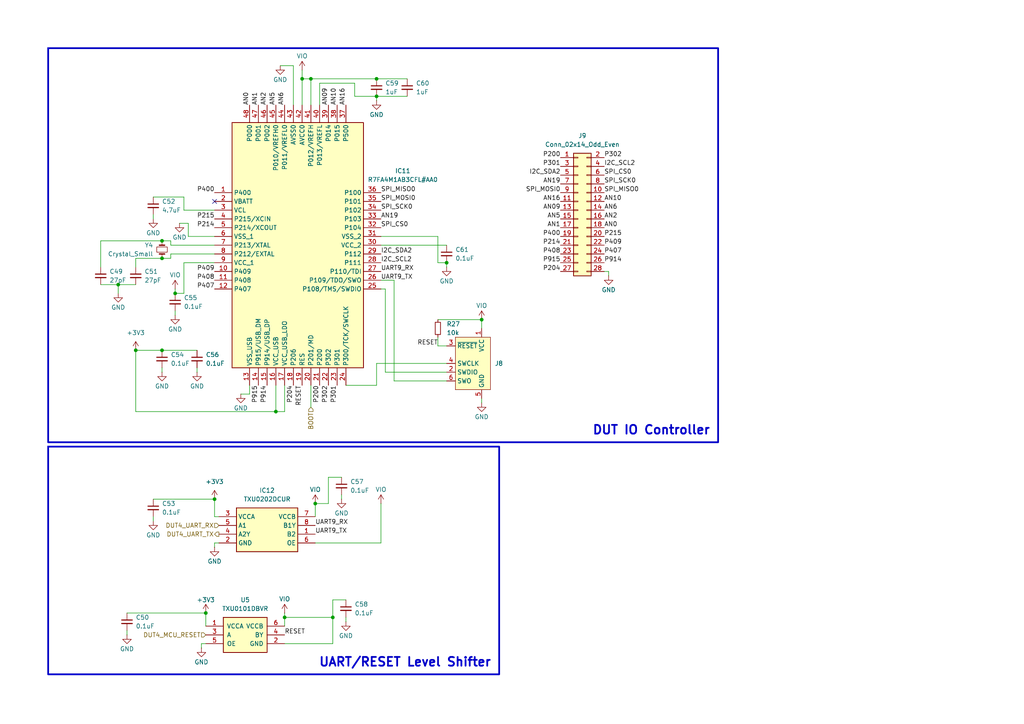
<source format=kicad_sch>
(kicad_sch (version 20250114) (generator "eeschema") (generator_version "9.0")
  (paper "A4")
  (lib_symbols
    (symbol "Connector:Conn_ARM_SWD_TagConnect_TC2030-NL" (in_bom no)
      (property "Reference" "J" (at 2.54 11.43 0))
      (property "Value" "Conn_ARM_SWD_TagConnect_TC2030-NL" (at 2.54 8.89 0))
      (symbol "Conn_ARM_SWD_TagConnect_TC2030-NL_0_0"
        (pin power_in line (at -2.54 10.16 270) (length 2.54) (name "VCC") (number "1"))
        (pin power_in line (at -2.54 -10.16 90) (length 2.54) (name "GND") (number "5"))
        (pin open_collector line (at 7.62 5.08 180) (length 2.54) (name "~{RESET}") (number "3"))
        (pin output line (at 7.62 0 180) (length 2.54) (name "SWCLK") (number "4"))
        (pin bidirectional line (at 7.62 -2.54 180) (length 2.54) (name "SWDIO") (number "2"))
        (pin input line (at 7.62 -5.08 180) (length 2.54) (name "SWO") (number "6"))
      )
      (symbol "Conn_ARM_SWD_TagConnect_TC2030-NL_0_1"
        (rectangle (start -5.08 7.62) (end 5.08 -7.62) (fill (type background)))
      )
    )
    (symbol "Connector_Generic:Conn_02x14_Odd_Even" (pin_names (offset 1.016) (hide yes))
      (property "Reference" "J" (at 1.27 17.78 0))
      (property "Value" "Conn_02x14_Odd_Even" (at 1.27 -20.32 0))
      (symbol "Conn_02x14_Odd_Even_1_1"
        (rectangle (start -1.27 16.51) (end 3.81 -19.05) (stroke (width 0.254)) (fill (type background)))
        (rectangle (start -1.27 15.367) (end 0 15.113) (stroke (width 0.1524)))
        (rectangle (start -1.27 12.827) (end 0 12.573) (stroke (width 0.1524)))
        (rectangle (start -1.27 10.287) (end 0 10.033) (stroke (width 0.1524)))
        (rectangle (start -1.27 7.747) (end 0 7.493) (stroke (width 0.1524)))
        (rectangle (start -1.27 5.207) (end 0 4.953) (stroke (width 0.1524)))
        (rectangle (start -1.27 2.667) (end 0 2.413) (stroke (width 0.1524)))
        (rectangle (start -1.27 0.127) (end 0 -0.127) (stroke (width 0.1524)))
        (rectangle (start -1.27 -2.413) (end 0 -2.667) (stroke (width 0.1524)))
        (rectangle (start -1.27 -4.953) (end 0 -5.207) (stroke (width 0.1524)))
        (rectangle (start -1.27 -7.493) (end 0 -7.747) (stroke (width 0.1524)))
        (rectangle (start -1.27 -10.033) (end 0 -10.287) (stroke (width 0.1524)))
        (rectangle (start -1.27 -12.573) (end 0 -12.827) (stroke (width 0.1524)))
        (rectangle (start -1.27 -15.113) (end 0 -15.367) (stroke (width 0.1524)))
        (rectangle (start -1.27 -17.653) (end 0 -17.907) (stroke (width 0.1524)))
        (rectangle (start 3.81 15.367) (end 2.54 15.113) (stroke (width 0.1524)))
        (rectangle (start 3.81 12.827) (end 2.54 12.573) (stroke (width 0.1524)))
        (rectangle (start 3.81 10.287) (end 2.54 10.033) (stroke (width 0.1524)))
        (rectangle (start 3.81 7.747) (end 2.54 7.493) (stroke (width 0.1524)))
        (rectangle (start 3.81 5.207) (end 2.54 4.953) (stroke (width 0.1524)))
        (rectangle (start 3.81 2.667) (end 2.54 2.413) (stroke (width 0.1524)))
        (rectangle (start 3.81 0.127) (end 2.54 -0.127) (stroke (width 0.1524)))
        (rectangle (start 3.81 -2.413) (end 2.54 -2.667) (stroke (width 0.1524)))
        (rectangle (start 3.81 -4.953) (end 2.54 -5.207) (stroke (width 0.1524)))
        (rectangle (start 3.81 -7.493) (end 2.54 -7.747) (stroke (width 0.1524)))
        (rectangle (start 3.81 -10.033) (end 2.54 -10.287) (stroke (width 0.1524)))
        (rectangle (start 3.81 -12.573) (end 2.54 -12.827) (stroke (width 0.1524)))
        (rectangle (start 3.81 -15.113) (end 2.54 -15.367) (stroke (width 0.1524)))
        (rectangle (start 3.81 -17.653) (end 2.54 -17.907) (stroke (width 0.1524)))
        (pin passive line (at -5.08 15.24 0) (length 3.81) (name "Pin_1") (number "1"))
        (pin passive line (at -5.08 12.7 0) (length 3.81) (name "Pin_3") (number "3"))
        (pin passive line (at -5.08 10.16 0) (length 3.81) (name "Pin_5") (number "5"))
        (pin passive line (at -5.08 7.62 0) (length 3.81) (name "Pin_7") (number "7"))
        (pin passive line (at -5.08 5.08 0) (length 3.81) (name "Pin_9") (number "9"))
        (pin passive line (at -5.08 2.54 0) (length 3.81) (name "Pin_11") (number "11"))
        (pin passive line (at -5.08 0 0) (length 3.81) (name "Pin_13") (number "13"))
        (pin passive line (at -5.08 -2.54 0) (length 3.81) (name "Pin_15") (number "15"))
        (pin passive line (at -5.08 -5.08 0) (length 3.81) (name "Pin_17") (number "17"))
        (pin passive line (at -5.08 -7.62 0) (length 3.81) (name "Pin_19") (number "19"))
        (pin passive line (at -5.08 -10.16 0) (length 3.81) (name "Pin_21") (number "21"))
        (pin passive line (at -5.08 -12.7 0) (length 3.81) (name "Pin_23") (number "23"))
        (pin passive line (at -5.08 -15.24 0) (length 3.81) (name "Pin_25") (number "25"))
        (pin passive line (at -5.08 -17.78 0) (length 3.81) (name "Pin_27") (number "27"))
        (pin passive line (at 7.62 15.24 180) (length 3.81) (name "Pin_2") (number "2"))
        (pin passive line (at 7.62 12.7 180) (length 3.81) (name "Pin_4") (number "4"))
        (pin passive line (at 7.62 10.16 180) (length 3.81) (name "Pin_6") (number "6"))
        (pin passive line (at 7.62 7.62 180) (length 3.81) (name "Pin_8") (number "8"))
        (pin passive line (at 7.62 5.08 180) (length 3.81) (name "Pin_10") (number "10"))
        (pin passive line (at 7.62 2.54 180) (length 3.81) (name "Pin_12") (number "12"))
        (pin passive line (at 7.62 0 180) (length 3.81) (name "Pin_14") (number "14"))
        (pin passive line (at 7.62 -2.54 180) (length 3.81) (name "Pin_16") (number "16"))
        (pin passive line (at 7.62 -5.08 180) (length 3.81) (name "Pin_18") (number "18"))
        (pin passive line (at 7.62 -7.62 180) (length 3.81) (name "Pin_20") (number "20"))
        (pin passive line (at 7.62 -10.16 180) (length 3.81) (name "Pin_22") (number "22"))
        (pin passive line (at 7.62 -12.7 180) (length 3.81) (name "Pin_24") (number "24"))
        (pin passive line (at 7.62 -15.24 180) (length 3.81) (name "Pin_26") (number "26"))
        (pin passive line (at 7.62 -17.78 180) (length 3.81) (name "Pin_28") (number "28"))
      )
    )
    (symbol "Device:C_Small" (pin_numbers (hide yes)) (pin_names (offset 0.254) (hide yes))
      (property "Reference" "C" (at 0.254 1.778 0))
      (property "Value" "C_Small" (at 0.254 -2.032 0))
      (symbol "C_Small_0_1"
        (polyline (pts (xy -1.524 0.508) (xy 1.524 0.508)) (stroke (width 0.3048)))
        (polyline (pts (xy -1.524 -0.508) (xy 1.524 -0.508)) (stroke (width 0.3302)))
      )
      (symbol "C_Small_1_1"
        (pin passive line (at 0 2.54 270) (length 2.032) (name "~") (number "1"))
        (pin passive line (at 0 -2.54 90) (length 2.032) (name "~") (number "2"))
      )
    )
    (symbol "Device:Crystal_Small" (pin_numbers (hide yes)) (pin_names (offset 1.016) (hide yes))
      (property "Reference" "Y" (at 0 2.54 0))
      (property "Value" "Crystal_Small" (at 0 -2.54 0))
      (symbol "Crystal_Small_0_1"
        (polyline (pts (xy -1.27 -0.762) (xy -1.27 0.762)) (stroke (width 0.381)))
        (rectangle (start -0.762 -1.524) (end 0.762 1.524))
        (polyline (pts (xy 1.27 -0.762) (xy 1.27 0.762)) (stroke (width 0.381)))
      )
      (symbol "Crystal_Small_1_1"
        (pin passive line (at -2.54 0 0) (length 1.27) (name "1") (number "1"))
        (pin passive line (at 2.54 0 180) (length 1.27) (name "2") (number "2"))
      )
    )
    (symbol "Device:R_Small" (pin_numbers (hide yes)) (pin_names (offset 0.254) (hide yes))
      (property "Reference" "R" (at 0.762 0.508 0))
      (property "Value" "R_Small" (at 0.762 -1.016 0))
      (symbol "R_Small_0_1"
        (rectangle (start -0.762 1.778) (end 0.762 -1.778) (stroke (width 0.2032)))
      )
      (symbol "R_Small_1_1"
        (pin passive line (at 0 2.54 270) (length 0.762) (name "~") (number "1"))
        (pin passive line (at 0 -2.54 90) (length 0.762) (name "~") (number "2"))
      )
    )
    (symbol "dut_hub:R7FA4M1AB3CFL#AA0"
      (property "Reference" "IC" (at 44.45 25.4 0))
      (property "Value" "R7FA4M1AB3CFL#AA0" (at 44.45 22.86 0))
      (symbol "R7FA4M1AB3CFL#AA0_1_1"
        (rectangle (start 5.08 20.32) (end 43.18 -50.8) (stroke (width 0.254)) (fill (type background)))
        (pin passive line (at 0 0 0) (length 5.08) (name "P400") (number "1"))
        (pin passive line (at 0 -2.54 0) (length 5.08) (name "VBATT") (number "2"))
        (pin passive line (at 0 -5.08 0) (length 5.08) (name "VCL") (number "3"))
        (pin passive line (at 0 -7.62 0) (length 5.08) (name "P215/XCIN") (number "4"))
        (pin passive line (at 0 -10.16 0) (length 5.08) (name "P214/XCOUT") (number "5"))
        (pin passive line (at 0 -12.7 0) (length 5.08) (name "VSS_1") (number "6"))
        (pin passive line (at 0 -15.24 0) (length 5.08) (name "P213/XTAL") (number "7"))
        (pin passive line (at 0 -17.78 0) (length 5.08) (name "P212/EXTAL") (number "8"))
        (pin passive line (at 0 -20.32 0) (length 5.08) (name "VCC_1") (number "9"))
        (pin passive line (at 0 -22.86 0) (length 5.08) (name "P409") (number "10"))
        (pin passive line (at 0 -25.4 0) (length 5.08) (name "P408") (number "11"))
        (pin passive line (at 0 -27.94 0) (length 5.08) (name "P407") (number "12"))
        (pin passive line (at 10.16 25.4 270) (length 5.08) (name "P000") (number "48"))
        (pin passive line (at 10.16 -55.88 90) (length 5.08) (name "VSS_USB") (number "13"))
        (pin passive line (at 12.7 25.4 270) (length 5.08) (name "P001") (number "47"))
        (pin passive line (at 12.7 -55.88 90) (length 5.08) (name "P915/USB_DM") (number "14"))
        (pin passive line (at 15.24 25.4 270) (length 5.08) (name "P002") (number "46"))
        (pin passive line (at 15.24 -55.88 90) (length 5.08) (name "P914/USB_DP") (number "15"))
        (pin passive line (at 17.78 25.4 270) (length 5.08) (name "P010/VREFH0") (number "45"))
        (pin passive line (at 17.78 -55.88 90) (length 5.08) (name "VCC_USB") (number "16"))
        (pin passive line (at 20.32 25.4 270) (length 5.08) (name "P011/VREFL0") (number "44"))
        (pin passive line (at 20.32 -55.88 90) (length 5.08) (name "VCC_USB_LDO") (number "17"))
        (pin passive line (at 22.86 25.4 270) (length 5.08) (name "AVSS0") (number "43"))
        (pin passive line (at 22.86 -55.88 90) (length 5.08) (name "P206") (number "18"))
        (pin passive line (at 25.4 25.4 270) (length 5.08) (name "AVCC0") (number "42"))
        (pin passive line (at 25.4 -55.88 90) (length 5.08) (name "RES") (number "19"))
        (pin passive line (at 27.94 25.4 270) (length 5.08) (name "P012/VREFH") (number "41"))
        (pin passive line (at 27.94 -55.88 90) (length 5.08) (name "P201/MD") (number "20"))
        (pin passive line (at 30.48 25.4 270) (length 5.08) (name "P013/VREFL") (number "40"))
        (pin passive line (at 30.48 -55.88 90) (length 5.08) (name "P200") (number "21"))
        (pin passive line (at 33.02 25.4 270) (length 5.08) (name "P014") (number "39"))
        (pin passive line (at 33.02 -55.88 90) (length 5.08) (name "P302") (number "22"))
        (pin passive line (at 35.56 25.4 270) (length 5.08) (name "P015") (number "38"))
        (pin passive line (at 35.56 -55.88 90) (length 5.08) (name "P301") (number "23"))
        (pin passive line (at 38.1 25.4 270) (length 5.08) (name "P500") (number "37"))
        (pin passive line (at 38.1 -55.88 90) (length 5.08) (name "P300/TCK/SWCLK") (number "24"))
        (pin passive line (at 48.26 0 180) (length 5.08) (name "P100") (number "36"))
        (pin passive line (at 48.26 -2.54 180) (length 5.08) (name "P101") (number "35"))
        (pin passive line (at 48.26 -5.08 180) (length 5.08) (name "P102") (number "34"))
        (pin passive line (at 48.26 -7.62 180) (length 5.08) (name "P103") (number "33"))
        (pin passive line (at 48.26 -10.16 180) (length 5.08) (name "P104") (number "32"))
        (pin passive line (at 48.26 -12.7 180) (length 5.08) (name "VSS_2") (number "31"))
        (pin passive line (at 48.26 -15.24 180) (length 5.08) (name "VCC_2") (number "30"))
        (pin passive line (at 48.26 -17.78 180) (length 5.08) (name "P112") (number "29"))
        (pin passive line (at 48.26 -20.32 180) (length 5.08) (name "P111") (number "28"))
        (pin passive line (at 48.26 -22.86 180) (length 5.08) (name "P110/TDI") (number "27"))
        (pin passive line (at 48.26 -25.4 180) (length 5.08) (name "P109/TDO/SWO") (number "26"))
        (pin passive line (at 48.26 -27.94 180) (length 5.08) (name "P108/TMS/SWDIO") (number "25"))
      )
    )
    (symbol "dut_hub:TXU0101DBVR" (pin_names (offset 1.016))
      (property "Reference" "U" (at -10.16 8.255 0))
      (property "Value" "TXU0101DBVR" (at -9.906 -5.334 0))
      (symbol "TXU0101DBVR_0_0"
        (rectangle (start -10.16 7.62) (end 2.54 -2.54) (stroke (width 0.254)) (fill (type background)))
      )
      (symbol "TXU0101DBVR_1_0"
        (pin power_in line (at -15.24 5.08 0) (length 5.08) (name "VCCA") (number "1"))
        (pin input line (at -15.24 2.54 0) (length 5.08) (name "A") (number "3"))
        (pin input line (at -15.24 0 0) (length 5.08) (name "OE") (number "5"))
        (pin power_in line (at 7.62 5.08 180) (length 5.08) (name "VCCB") (number "6"))
        (pin output line (at 7.62 2.54 180) (length 5.08) (name "BY") (number "4"))
        (pin power_in line (at 7.62 0 180) (length 5.08) (name "GND") (number "2"))
      )
    )
    (symbol "dut_hub:TXU0202DCUR"
      (property "Reference" "IC" (at 6.858 8.128 0))
      (property "Value" "TXU0202DCUR" (at 6.858 5.588 0))
      (symbol "TXU0202DCUR_1_1"
        (rectangle (start 5.08 2.54) (end 22.86 -10.16) (stroke (width 0.254)) (fill (type background)))
        (pin power_in line (at 0 0 0) (length 5.08) (name "VCCA") (number "3"))
        (pin input line (at 0 -2.54 0) (length 5.08) (name "A1") (number "5"))
        (pin output line (at 0 -5.08 0) (length 5.08) (name "A2Y") (number "4"))
        (pin power_in line (at 0 -7.62 0) (length 5.08) (name "GND") (number "2"))
        (pin power_in line (at 27.94 0 180) (length 5.08) (name "VCCB") (number "7"))
        (pin output line (at 27.94 -2.54 180) (length 5.08) (name "B1Y") (number "8"))
        (pin input line (at 27.94 -5.08 180) (length 5.08) (name "B2") (number "1"))
        (pin input line (at 27.94 -7.62 180) (length 5.08) (name "OE") (number "6"))
      )
    )
    (symbol "power:+3V3" (power) (pin_numbers (hide yes)) (pin_names (offset 0) (hide yes))
      (property "Value" "+3V3" (at 0 3.556 0))
      (symbol "+3V3_0_1"
        (polyline (pts (xy -0.762 1.27) (xy 0 2.54)))
        (polyline (pts (xy 0 2.54) (xy 0.762 1.27)))
        (polyline (pts (xy 0 0) (xy 0 2.54)))
      )
      (symbol "+3V3_1_1"
        (pin power_in line (at 0 0 90) (length 0) (name "~") (number "1"))
      )
    )
    (symbol "power:GND" (power) (pin_numbers (hide yes)) (pin_names (offset 0) (hide yes))
      (property "Value" "GND" (at 0 -3.81 0))
      (symbol "GND_0_1"
        (polyline (pts (xy 0 0) (xy 0 -1.27) (xy 1.27 -1.27) (xy 0 -2.54) (xy -1.27 -1.27) (xy 0 -1.27)))
      )
      (symbol "GND_1_1"
        (pin power_in line (at 0 0 270) (length 0) (name "~") (number "1"))
      )
    )
    (symbol "power:VDC" (power) (pin_numbers (hide yes)) (pin_names (offset 0) (hide yes))
      (property "Value" "VDC" (at 0 3.556 0))
      (symbol "VDC_0_1"
        (polyline (pts (xy -0.762 1.27) (xy 0 2.54)))
        (polyline (pts (xy 0 2.54) (xy 0.762 1.27)))
        (polyline (pts (xy 0 0) (xy 0 2.54)))
      )
      (symbol "VDC_1_1"
        (pin power_in line (at 0 0 90) (length 0) (name "~") (number "1"))
      )
    )
  )
  (text_box "UART/RESET Level Shifter" (at 13.97 129.54 0) (size 130.81 66.04) (margins 2.159 2.159 2.159 2.159) (stroke (width 0.508)) (effects (font (size 2.54 2.54) (thickness 0.508) (bold yes)) (justify right bottom)))
  (text_box "DUT IO Controller" (at 13.97 13.97 0) (size 194.31 114.3) (margins 2.159 2.159 2.159 2.159) (stroke (width 0.508)) (effects (font (size 2.54 2.54) (thickness 0.508) (bold yes)) (justify right bottom)))
  (junction (at 87.63 22.86))
  (junction (at 90.17 22.86))
  (junction (at 139.7 92.71))
  (junction (at 109.22 22.86))
  (junction (at 34.29 82.55))
  (junction (at 50.8 85.09))
  (junction (at 39.37 101.6))
  (junction (at 109.22 27.94))
  (junction (at 59.69 177.8))
  (junction (at 80.01 119.38))
  (junction (at 82.55 179.07))
  (junction (at 129.54 76.2))
  (junction (at 91.44 146.05))
  (junction (at 96.52 179.07))
  (junction (at 46.99 74.93))
  (junction (at 46.99 69.85))
  (junction (at 46.99 101.6))
  (junction (at 62.23 144.78))
  (no_connect (at 62.23 58.42))
  (wire (pts (xy 46.99 69.85) (xy 49.53 69.85)))
  (wire (pts (xy 59.69 177.8) (xy 59.69 181.61)))
  (wire (pts (xy 44.45 144.78) (xy 62.23 144.78)))
  (wire (pts (xy 39.37 101.6) (xy 39.37 119.38)))
  (wire (pts (xy 44.45 149.86) (xy 44.45 151.13)))
  (wire (pts (xy 82.55 111.76) (xy 82.55 119.38)))
  (wire (pts (xy 49.53 74.93) (xy 46.99 74.93)))
  (wire (pts (xy 95.25 138.43) (xy 95.25 146.05)))
  (wire (pts (xy 99.06 143.51) (xy 99.06 144.78)))
  (wire (pts (xy 29.21 82.55) (xy 34.29 82.55)))
  (wire (pts (xy 54.61 64.77) (xy 52.07 64.77)))
  (wire (pts (xy 110.49 71.12) (xy 129.54 71.12)))
  (wire (pts (xy 62.23 73.66) (xy 49.53 73.66)))
  (wire (pts (xy 36.83 182.88) (xy 36.83 184.15)))
  (wire (pts (xy 62.23 76.2) (xy 53.34 76.2)))
  (wire (pts (xy 127 68.58) (xy 127 76.2)))
  (wire (pts (xy 109.22 111.76) (xy 100.33 111.76)))
  (wire (pts (xy 111.76 83.82) (xy 111.76 107.95)))
  (wire (pts (xy 81.28 19.05) (xy 85.09 19.05)))
  (wire (pts (xy 62.23 68.58) (xy 54.61 68.58)))
  (wire (pts (xy 109.22 27.94) (xy 118.11 27.94)))
  (wire (pts (xy 63.5 157.48) (xy 62.23 157.48)))
  (wire (pts (xy 80.01 119.38) (xy 82.55 119.38)))
  (wire (pts (xy 53.34 85.09) (xy 50.8 85.09)))
  (wire (pts (xy 109.22 105.41) (xy 109.22 111.76)))
  (wire (pts (xy 39.37 119.38) (xy 80.01 119.38)))
  (wire (pts (xy 50.8 83.82) (xy 50.8 85.09)))
  (wire (pts (xy 29.21 69.85) (xy 29.21 77.47)))
  (wire (pts (xy 87.63 20.32) (xy 87.63 22.86)))
  (wire (pts (xy 114.3 81.28) (xy 114.3 110.49)))
  (wire (pts (xy 34.29 82.55) (xy 39.37 82.55)))
  (wire (pts (xy 102.87 27.94) (xy 109.22 27.94)))
  (wire (pts (xy 44.45 62.23) (xy 44.45 63.5)))
  (wire (pts (xy 92.71 24.13) (xy 102.87 24.13)))
  (wire (pts (xy 34.29 82.55) (xy 34.29 85.09)))
  (wire (pts (xy 110.49 68.58) (xy 127 68.58)))
  (wire (pts (xy 62.23 157.48) (xy 62.23 158.75)))
  (wire (pts (xy 114.3 110.49) (xy 129.54 110.49)))
  (wire (pts (xy 80.01 119.38) (xy 80.01 111.76)))
  (wire (pts (xy 50.8 90.17) (xy 50.8 91.44)))
  (wire (pts (xy 102.87 24.13) (xy 102.87 27.94)))
  (wire (pts (xy 62.23 60.96) (xy 53.34 60.96)))
  (wire (pts (xy 57.15 106.68) (xy 57.15 107.95)))
  (wire (pts (xy 110.49 81.28) (xy 114.3 81.28)))
  (wire (pts (xy 109.22 22.86) (xy 118.11 22.86)))
  (wire (pts (xy 99.06 138.43) (xy 95.25 138.43)))
  (wire (pts (xy 92.71 30.48) (xy 92.71 24.13)))
  (wire (pts (xy 46.99 101.6) (xy 57.15 101.6)))
  (wire (pts (xy 129.54 107.95) (xy 111.76 107.95)))
  (wire (pts (xy 176.53 78.74) (xy 176.53 80.01)))
  (wire (pts (xy 46.99 74.93) (xy 39.37 74.93)))
  (wire (pts (xy 129.54 100.33) (xy 127 100.33)))
  (wire (pts (xy 58.42 187.96) (xy 58.42 186.69)))
  (wire (pts (xy 82.55 179.07) (xy 82.55 177.8)))
  (wire (pts (xy 46.99 69.85) (xy 29.21 69.85)))
  (wire (pts (xy 82.55 181.61) (xy 82.55 179.07)))
  (wire (pts (xy 111.76 83.82) (xy 110.49 83.82)))
  (wire (pts (xy 129.54 105.41) (xy 109.22 105.41)))
  (wire (pts (xy 54.61 68.58) (xy 54.61 64.77)))
  (wire (pts (xy 90.17 22.86) (xy 90.17 30.48)))
  (wire (pts (xy 90.17 22.86) (xy 109.22 22.86)))
  (wire (pts (xy 127 100.33) (xy 127 97.79)))
  (wire (pts (xy 72.39 114.3) (xy 69.85 114.3)))
  (wire (pts (xy 127 76.2) (xy 129.54 76.2)))
  (wire (pts (xy 63.5 149.86) (xy 62.23 149.86)))
  (wire (pts (xy 82.55 186.69) (xy 96.52 186.69)))
  (wire (pts (xy 53.34 60.96) (xy 53.34 57.15)))
  (wire (pts (xy 90.17 111.76) (xy 90.17 118.11)))
  (wire (pts (xy 87.63 22.86) (xy 90.17 22.86)))
  (wire (pts (xy 39.37 101.6) (xy 46.99 101.6)))
  (wire (pts (xy 87.63 22.86) (xy 87.63 30.48)))
  (wire (pts (xy 175.26 78.74) (xy 176.53 78.74)))
  (wire (pts (xy 91.44 157.48) (xy 110.49 157.48)))
  (wire (pts (xy 109.22 27.94) (xy 109.22 29.21)))
  (wire (pts (xy 49.53 71.12) (xy 62.23 71.12)))
  (wire (pts (xy 129.54 76.2) (xy 129.54 77.47)))
  (wire (pts (xy 49.53 69.85) (xy 49.53 71.12)))
  (wire (pts (xy 100.33 173.99) (xy 96.52 173.99)))
  (wire (pts (xy 100.33 179.07) (xy 100.33 180.34)))
  (wire (pts (xy 36.83 177.8) (xy 59.69 177.8)))
  (wire (pts (xy 96.52 179.07) (xy 96.52 173.99)))
  (wire (pts (xy 110.49 146.05) (xy 110.49 157.48)))
  (wire (pts (xy 95.25 146.05) (xy 91.44 146.05)))
  (wire (pts (xy 58.42 186.69) (xy 59.69 186.69)))
  (wire (pts (xy 49.53 73.66) (xy 49.53 74.93)))
  (wire (pts (xy 53.34 76.2) (xy 53.34 85.09)))
  (wire (pts (xy 96.52 186.69) (xy 96.52 179.07)))
  (wire (pts (xy 85.09 19.05) (xy 85.09 30.48)))
  (wire (pts (xy 39.37 74.93) (xy 39.37 77.47)))
  (wire (pts (xy 82.55 179.07) (xy 96.52 179.07)))
  (wire (pts (xy 53.34 57.15) (xy 44.45 57.15)))
  (wire (pts (xy 62.23 144.78) (xy 62.23 149.86)))
  (wire (pts (xy 72.39 111.76) (xy 72.39 114.3)))
  (wire (pts (xy 127 92.71) (xy 139.7 92.71)))
  (wire (pts (xy 139.7 92.71) (xy 139.7 95.25)))
  (wire (pts (xy 46.99 106.68) (xy 46.99 107.95)))
  (wire (pts (xy 139.7 115.57) (xy 139.7 116.84)))
  (wire (pts (xy 91.44 149.86) (xy 91.44 146.05)))
  (label "AN0" (at 72.39 30.48 90))
  (label "P301" (at 97.79 111.76 270))
  (label "P409" (at 62.23 78.74 180))
  (label "AN6" (at 175.26 60.96 0))
  (label "P407" (at 62.23 83.82 180))
  (label "AN0" (at 175.26 66.04 0))
  (label "AN09" (at 95.25 30.48 90))
  (label "UART9_RX" (at 91.44 152.4 0))
  (label "P914" (at 175.26 76.2 0))
  (label "P215" (at 175.26 68.58 0))
  (label "AN1" (at 162.56 66.04 180))
  (label "I2C_SCL2" (at 110.49 76.2 0))
  (label "RESET" (at 127 100.33 180))
  (label "SPI_SCK0" (at 110.49 60.96 0))
  (label "AN2" (at 175.26 63.5 0))
  (label "AN19" (at 110.49 63.5 0))
  (label "P301" (at 162.56 48.26 180))
  (label "SPI_MOSI0" (at 162.56 55.88 180))
  (label "AN5" (at 162.56 63.5 180))
  (label "SPI_SCK0" (at 175.26 53.34 0))
  (label "P214" (at 62.23 66.04 180))
  (label "SPI_MISO0" (at 175.26 55.88 0))
  (label "I2C_SDA2" (at 110.49 73.66 0))
  (label "P214" (at 162.56 71.12 180))
  (label "SPI_MISO0" (at 110.49 55.88 0))
  (label "AN19" (at 162.56 53.34 180))
  (label "RESET" (at 82.55 184.15 0))
  (label "AN16" (at 162.56 58.42 180))
  (label "AN10" (at 175.26 58.42 0))
  (label "I2C_SDA2" (at 162.56 50.8 180))
  (label "UART9_TX" (at 91.44 154.94 0))
  (label "AN10" (at 97.79 30.48 90))
  (label "P408" (at 62.23 81.28 180))
  (label "I2C_SCL2" (at 175.26 48.26 0))
  (label "AN6" (at 82.55 30.48 90))
  (label "P915" (at 74.93 111.76 270))
  (label "P915" (at 162.56 76.2 180))
  (label "P302" (at 95.25 111.76 270))
  (label "P200" (at 92.71 111.76 270))
  (label "SPI_CS0" (at 110.49 66.04 0))
  (label "AN1" (at 74.93 30.48 90))
  (label "P400" (at 162.56 68.58 180))
  (label "P215" (at 62.23 63.5 180))
  (label "RESET" (at 87.63 111.76 270))
  (label "SPI_MOSI0" (at 110.49 58.42 0))
  (label "UART9_TX" (at 110.49 81.28 0))
  (label "P408" (at 162.56 73.66 180))
  (label "P400" (at 62.23 55.88 180))
  (label "P407" (at 175.26 73.66 0))
  (label "P204" (at 85.09 111.76 270))
  (label "P200" (at 162.56 45.72 180))
  (label "AN2" (at 77.47 30.48 90))
  (label "P204" (at 162.56 78.74 180))
  (label "P914" (at 77.47 111.76 270))
  (label "AN09" (at 162.56 60.96 180))
  (label "SPI_CS0" (at 175.26 50.8 0))
  (label "P302" (at 175.26 45.72 0))
  (label "P409" (at 175.26 71.12 0))
  (label "AN5" (at 80.01 30.48 90))
  (label "UART9_RX" (at 110.49 78.74 0))
  (label "AN16" (at 100.33 30.48 90))
  (hierarchical_label "DUT4_UART_TX" (shape output) (at 63.5 154.94 180))
  (hierarchical_label "DUT4_UART_RX" (shape input) (at 63.5 152.4 180))
  (hierarchical_label "BOOT" (shape input) (at 90.17 118.11 270))
  (hierarchical_label "DUT4_MCU_RESET" (shape input) (at 59.69 184.15 180))
  (symbol (lib_id "dut_hub:TXU0202DCUR") (at 63.5 149.86 0) (unit 1)
    (property "Reference" "IC12" (at 77.47 142.24 0))
    (property "Value" "TXU0202DCUR" (at 77.47 144.78 0))
    (property "Footprint" "dut_hub:SOP50P310X90-8N" (effects (hide yes)))
    (property "Datasheet" "https://www.ti.com/product/ja-jp/TXU0202" (effects (hide yes)))
    (property "Description" "Translation - Voltage Levels Two channel fixed-direction level shifter with channels in opposite direction" (effects (hide yes)))
    (property "Height" "0.9" (effects (hide yes)))
    (property "Mouser Part Number" "595-TXU0202DCUR" (effects (hide yes)))
    (property "Mouser Price/Stock" "https://www.mouser.co.uk/ProductDetail/Texas-Instruments/TXU0202DCUR?qs=t7xnP681wgVssPLUozppFA%3D%3D" (effects (hide yes)))
    (property "Manufacturer_Name" "Texas Instruments" (effects (hide yes)))
    (property "Manufacturer_Part_Number" "TXU0202DCUR" (effects (hide yes)))
  )
  (symbol (lib_id "power:GND") (at 52.07 64.77 0) (unit 1)
    (property "Reference" "#PWR125" (effects (hide yes)))
    (property "Value" "GND" (at 52.07 68.834 0))
    (property "Description" "Power symbol creates a global label with name \"GND\" , ground" (effects (hide yes)))
  )
  (symbol (lib_id "power:GND") (at 44.45 63.5 0) (unit 1)
    (property "Reference" "#PWR120" (effects (hide yes)))
    (property "Value" "GND" (at 44.45 67.564 0))
    (property "Description" "Power symbol creates a global label with name \"GND\" , ground" (effects (hide yes)))
  )
  (symbol (lib_id "power:VDC") (at 50.8 83.82 0) (unit 1)
    (property "Reference" "#PWR123" (effects (hide yes)))
    (property "Value" "VIO" (at 50.8 79.756 0))
    (property "Description" "Power symbol creates a global label with name \"VDC\"" (effects (hide yes)))
  )
  (symbol (lib_id "dut_hub:R7FA4M1AB3CFL#AA0") (at 62.23 55.88 0) (unit 1)
    (property "Reference" "IC11" (at 116.84 49.5614 0))
    (property "Value" "R7FA4M1AB3CFL#AA0" (at 116.84 52.1014 0))
    (property "Footprint" "dut_hub:QFP50P900X900X170-48N" (effects (hide yes)))
    (property "Description" "The Renesas RA4M1 group of microcontrollers (MCUs) uses the high-performance Arm Cortex-M4 core and offers a segment LCD controller and a capacitive touch sensing unit input for intensive HMI designs. The RA4M1 MCU is built on a highly efficient low power process and is supported by an open and flexible ecosystem conceptthe Flexible Software Package (FSP), built on FreeRTOSand is expandable to use other RTOSes and middleware. The RA4M1 is suitable for applications where a large amount of capacitive touc" (effects (hide yes)))
    (property "Height" "1.7" (effects (hide yes)))
    (property "Mouser Part Number" "968-7FA4M1AB3CFL#AA0" (effects (hide yes)))
    (property "Mouser Price/Stock" "https://www.mouser.co.uk/ProductDetail/Renesas-Electronics/R7FA4M1AB3CFLAA0?qs=d0WKAl%252BL4KYWxsbEhmYuYw%3D%3D" (effects (hide yes)))
    (property "Manufacturer_Name" "Renesas Electronics" (effects (hide yes)))
    (property "Manufacturer_Part_Number" "R7FA4M1AB3CFL#AA0" (effects (hide yes)))
  )
  (symbol (lib_id "power:GND") (at 100.33 180.34 0) (unit 1)
    (property "Reference" "#PWR137" (effects (hide yes)))
    (property "Value" "GND" (at 100.33 184.404 0))
    (property "Description" "Power symbol creates a global label with name \"GND\" , ground" (effects (hide yes)))
  )
  (symbol (lib_id "Device:C_Small") (at 46.99 104.14 0) (unit 1)
    (property "Reference" "C54" (at 49.53 102.8762 0) (effects (justify left)))
    (property "Value" "0.1uF" (at 49.53 105.4162 0) (effects (justify left)))
    (property "Footprint" "Capacitor_SMD:C_0603_1608Metric" (effects (hide yes)))
    (property "Description" "Unpolarized capacitor, small symbol" (effects (hide yes)))
  )
  (symbol (lib_id "dut_hub:TXU0101DBVR") (at 74.93 186.69 0) (unit 1)
    (property "Reference" "U5" (at 71.12 173.99 0))
    (property "Value" "TXU0101DBVR" (at 71.12 176.53 0))
    (property "Footprint" "dut_hub:IC_TXU0101DBVR" (effects (hide yes)))
    (property "MF" "Texas Instruments" (effects (hide yes)))
    (property "MAXIMUM_PACKAGE_HEIGHT" "1.45mm" (effects (hide yes)))
    (property "CREATOR" "NEZY" (effects (hide yes)))
    (property "Price" "None" (effects (hide yes)))
    (property "Package" "None" (effects (hide yes)))
    (property "Check_prices" "https://www.snapeda.com/parts/TXU0101DBVR/Texas+Instruments/view-part/?ref=eda" (effects (hide yes)))
    (property "STANDARD" "Manufacturer Recommendations" (effects (hide yes)))
    (property "PARTREV" "A" (effects (hide yes)))
    (property "SnapEDA_Link" "https://www.snapeda.com/parts/TXU0101DBVR/Texas+Instruments/view-part/?ref=snap" (effects (hide yes)))
    (property "MP" "TXU0101DBVR" (effects (hide yes)))
    (property "Description_1" "\n                        \n                            Single channel fixed-direction level shifter\n                        \n" (effects (hide yes)))
    (property "Availability" "In Stock" (effects (hide yes)))
    (property "MANUFACTURER" "Texas Instruments" (effects (hide yes)))
  )
  (symbol (lib_id "power:+3V3") (at 62.23 144.78 0) (unit 1)
    (property "Reference" "#PWR129" (effects (hide yes)))
    (property "Value" "+3V3" (at 62.23 139.7 0))
    (property "Description" "Power symbol creates a global label with name \"+3V3\"" (effects (hide yes)))
  )
  (symbol (lib_id "power:GND") (at 129.54 77.47 0) (unit 1)
    (property "Reference" "#PWR140" (effects (hide yes)))
    (property "Value" "GND" (at 129.54 81.534 0))
    (property "Description" "Power symbol creates a global label with name \"GND\" , ground" (effects (hide yes)))
  )
  (symbol (lib_id "power:GND") (at 109.22 29.21 0) (unit 1)
    (property "Reference" "#PWR138" (effects (hide yes)))
    (property "Value" "GND" (at 109.22 33.274 0))
    (property "Description" "Power symbol creates a global label with name \"GND\" , ground" (effects (hide yes)))
  )
  (symbol (lib_id "Device:Crystal_Small") (at 46.99 72.39 270) (mirror x) (unit 1)
    (property "Reference" "Y4" (at 44.45 71.1199 90) (effects (justify right)))
    (property "Value" "Crystal_Small" (at 44.45 73.6599 90) (effects (justify right)))
    (property "Footprint" "Crystal:Crystal_SMD_Abracon_ABM3-2Pin_5.0x3.2mm" (effects (hide yes)))
    (property "Description" "Two pin crystal, small symbol" (effects (hide yes)))
  )
  (symbol (lib_id "power:GND") (at 44.45 151.13 0) (unit 1)
    (property "Reference" "#PWR121" (effects (hide yes)))
    (property "Value" "GND" (at 44.45 155.194 0))
    (property "Description" "Power symbol creates a global label with name \"GND\" , ground" (effects (hide yes)))
  )
  (symbol (lib_id "Device:C_Small") (at 100.33 176.53 0) (unit 1)
    (property "Reference" "C58" (at 102.87 175.2662 0) (effects (justify left)))
    (property "Value" "0.1uF" (at 102.87 177.8062 0) (effects (justify left)))
    (property "Footprint" "Capacitor_SMD:C_0603_1608Metric" (effects (hide yes)))
    (property "Description" "Unpolarized capacitor, small symbol" (effects (hide yes)))
  )
  (symbol (lib_id "power:GND") (at 46.99 107.95 0) (unit 1)
    (property "Reference" "#PWR122" (effects (hide yes)))
    (property "Value" "GND" (at 46.99 112.014 0))
    (property "Description" "Power symbol creates a global label with name \"GND\" , ground" (effects (hide yes)))
  )
  (symbol (lib_id "Device:C_Small") (at 29.21 80.01 0) (unit 1)
    (property "Reference" "C49" (at 31.75 78.7462 0) (effects (justify left)))
    (property "Value" "27pF" (at 31.75 81.2862 0) (effects (justify left)))
    (property "Footprint" "Capacitor_SMD:C_0603_1608Metric" (effects (hide yes)))
    (property "Description" "Unpolarized capacitor, small symbol" (effects (hide yes)))
  )
  (symbol (lib_id "power:GND") (at 34.29 85.09 0) (unit 1)
    (property "Reference" "#PWR117" (effects (hide yes)))
    (property "Value" "GND" (at 34.29 89.154 0))
    (property "Description" "Power symbol creates a global label with name \"GND\" , ground" (effects (hide yes)))
  )
  (symbol (lib_id "Device:C_Small") (at 118.11 25.4 0) (unit 1)
    (property "Reference" "C60" (at 120.65 24.1362 0) (effects (justify left)))
    (property "Value" "1uF" (at 120.65 26.6762 0) (effects (justify left)))
    (property "Footprint" "Capacitor_SMD:C_0603_1608Metric" (effects (hide yes)))
    (property "Description" "Unpolarized capacitor, small symbol" (effects (hide yes)))
  )
  (symbol (lib_id "Device:C_Small") (at 57.15 104.14 0) (unit 1)
    (property "Reference" "C56" (at 59.69 102.8762 0) (effects (justify left)))
    (property "Value" "0.1uF" (at 59.69 105.4162 0) (effects (justify left)))
    (property "Footprint" "Capacitor_SMD:C_0603_1608Metric" (effects (hide yes)))
    (property "Description" "Unpolarized capacitor, small symbol" (effects (hide yes)))
  )
  (symbol (lib_id "power:VDC") (at 91.44 146.05 0) (unit 1)
    (property "Reference" "#PWR135" (effects (hide yes)))
    (property "Value" "VIO" (at 91.44 141.986 0))
    (property "Description" "Power symbol creates a global label with name \"VDC\"" (effects (hide yes)))
  )
  (symbol (lib_id "power:GND") (at 139.7 116.84 0) (unit 1)
    (property "Reference" "#PWR142" (effects (hide yes)))
    (property "Value" "GND" (at 139.7 120.904 0))
    (property "Description" "Power symbol creates a global label with name \"GND\" , ground" (effects (hide yes)))
  )
  (symbol (lib_id "power:GND") (at 50.8 91.44 0) (unit 1)
    (property "Reference" "#PWR124" (effects (hide yes)))
    (property "Value" "GND" (at 50.8 95.504 0))
    (property "Description" "Power symbol creates a global label with name \"GND\" , ground" (effects (hide yes)))
  )
  (symbol (lib_id "power:+3V3") (at 59.69 177.8 0) (unit 1)
    (property "Reference" "#PWR128" (effects (hide yes)))
    (property "Value" "+3V3" (at 59.69 173.99 0))
    (property "Description" "Power symbol creates a global label with name \"+3V3\"" (effects (hide yes)))
  )
  (symbol (lib_id "power:VDC") (at 110.49 146.05 0) (unit 1)
    (property "Reference" "#PWR139" (effects (hide yes)))
    (property "Value" "VIO" (at 110.49 141.986 0))
    (property "Description" "Power symbol creates a global label with name \"VDC\"" (effects (hide yes)))
  )
  (symbol (lib_id "Connector_Generic:Conn_02x14_Odd_Even") (at 167.64 60.96 0) (unit 1)
    (property "Reference" "J9" (at 168.91 39.37 0))
    (property "Value" "Conn_02x14_Odd_Even" (at 168.91 41.91 0))
    (property "Footprint" "Connector_PinSocket_2.54mm:PinSocket_2x14_P2.54mm_Vertical" (effects (hide yes)))
    (property "Description" "Generic connector, double row, 02x14, odd/even pin numbering scheme (row 1 odd numbers, row 2 even numbers), script generated (kicad-library-utils/schlib/autogen/connector/)" (effects (hide yes)))
  )
  (symbol (lib_id "power:GND") (at 81.28 19.05 0) (unit 1)
    (property "Reference" "#PWR132" (effects (hide yes)))
    (property "Value" "GND" (at 81.28 23.114 0))
    (property "Description" "Power symbol creates a global label with name \"GND\" , ground" (effects (hide yes)))
  )
  (symbol (lib_id "power:GND") (at 69.85 114.3 0) (unit 1)
    (property "Reference" "#PWR131" (effects (hide yes)))
    (property "Value" "GND" (at 69.85 118.364 0))
    (property "Description" "Power symbol creates a global label with name \"GND\" , ground" (effects (hide yes)))
  )
  (symbol (lib_id "Device:C_Small") (at 129.54 73.66 0) (unit 1)
    (property "Reference" "C61" (at 132.08 72.3962 0) (effects (justify left)))
    (property "Value" "0.1uF" (at 132.08 74.9362 0) (effects (justify left)))
    (property "Footprint" "Capacitor_SMD:C_0603_1608Metric" (effects (hide yes)))
    (property "Description" "Unpolarized capacitor, small symbol" (effects (hide yes)))
  )
  (symbol (lib_id "power:GND") (at 36.83 184.15 0) (unit 1)
    (property "Reference" "#PWR118" (effects (hide yes)))
    (property "Value" "GND" (at 36.83 188.214 0))
    (property "Description" "Power symbol creates a global label with name \"GND\" , ground" (effects (hide yes)))
  )
  (symbol (lib_id "Device:C_Small") (at 39.37 80.01 0) (unit 1)
    (property "Reference" "C51" (at 41.91 78.7462 0) (effects (justify left)))
    (property "Value" "27pF" (at 41.91 81.2862 0) (effects (justify left)))
    (property "Footprint" "Capacitor_SMD:C_0603_1608Metric" (effects (hide yes)))
    (property "Description" "Unpolarized capacitor, small symbol" (effects (hide yes)))
  )
  (symbol (lib_id "Device:C_Small") (at 50.8 87.63 0) (unit 1)
    (property "Reference" "C55" (at 53.34 86.3662 0) (effects (justify left)))
    (property "Value" "0.1uF" (at 53.34 88.9062 0) (effects (justify left)))
    (property "Footprint" "Capacitor_SMD:C_0603_1608Metric" (effects (hide yes)))
    (property "Description" "Unpolarized capacitor, small symbol" (effects (hide yes)))
  )
  (symbol (lib_id "power:GND") (at 176.53 80.01 0) (mirror y) (unit 1)
    (property "Reference" "#PWR143" (effects (hide yes)))
    (property "Value" "GND" (at 176.53 84.074 0))
    (property "Description" "Power symbol creates a global label with name \"GND\" , ground" (effects (hide yes)))
  )
  (symbol (lib_id "power:VDC") (at 82.55 177.8 0) (unit 1)
    (property "Reference" "#PWR133" (effects (hide yes)))
    (property "Value" "VIO" (at 82.55 173.736 0))
    (property "Description" "Power symbol creates a global label with name \"VDC\"" (effects (hide yes)))
  )
  (symbol (lib_id "Device:C_Small") (at 36.83 180.34 0) (unit 1)
    (property "Reference" "C50" (at 39.37 179.0762 0) (effects (justify left)))
    (property "Value" "0.1uF" (at 39.37 181.6162 0) (effects (justify left)))
    (property "Footprint" "Capacitor_SMD:C_0603_1608Metric" (effects (hide yes)))
    (property "Description" "Unpolarized capacitor, small symbol" (effects (hide yes)))
  )
  (symbol (lib_id "Device:R_Small") (at 127 95.25 0) (unit 1)
    (property "Reference" "R27" (at 129.54 93.9799 0) (effects (justify left)))
    (property "Value" "10k" (at 129.54 96.5199 0) (effects (justify left)))
    (property "Footprint" "Resistor_SMD:R_0603_1608Metric" (effects (hide yes)))
    (property "Description" "Resistor, small symbol" (effects (hide yes)))
  )
  (symbol (lib_id "power:+3V3") (at 39.37 101.6 0) (unit 1)
    (property "Reference" "#PWR119" (effects (hide yes)))
    (property "Value" "+3V3" (at 39.37 96.52 0))
    (property "Description" "Power symbol creates a global label with name \"+3V3\"" (effects (hide yes)))
  )
  (symbol (lib_id "Device:C_Small") (at 44.45 147.32 0) (unit 1)
    (property "Reference" "C53" (at 46.99 146.0562 0) (effects (justify left)))
    (property "Value" "0.1uF" (at 46.99 148.5962 0) (effects (justify left)))
    (property "Footprint" "Capacitor_SMD:C_0603_1608Metric" (effects (hide yes)))
    (property "Description" "Unpolarized capacitor, small symbol" (effects (hide yes)))
  )
  (symbol (lib_id "power:VDC") (at 139.7 92.71 0) (unit 1)
    (property "Reference" "#PWR141" (effects (hide yes)))
    (property "Value" "VIO" (at 139.7 88.646 0))
    (property "Description" "Power symbol creates a global label with name \"VDC\"" (effects (hide yes)))
  )
  (symbol (lib_id "Device:C_Small") (at 109.22 25.4 0) (unit 1)
    (property "Reference" "C59" (at 111.76 24.1362 0) (effects (justify left)))
    (property "Value" "1uF" (at 111.76 26.6762 0) (effects (justify left)))
    (property "Footprint" "Capacitor_SMD:C_0603_1608Metric" (effects (hide yes)))
    (property "Description" "Unpolarized capacitor, small symbol" (effects (hide yes)))
  )
  (symbol (lib_id "power:GND") (at 57.15 107.95 0) (unit 1)
    (property "Reference" "#PWR126" (effects (hide yes)))
    (property "Value" "GND" (at 57.15 112.014 0))
    (property "Description" "Power symbol creates a global label with name \"GND\" , ground" (effects (hide yes)))
  )
  (symbol (lib_id "power:GND") (at 58.42 187.96 0) (unit 1)
    (property "Reference" "#PWR127" (effects (hide yes)))
    (property "Value" "GND" (at 58.42 192.024 0))
    (property "Description" "Power symbol creates a global label with name \"GND\" , ground" (effects (hide yes)))
  )
  (symbol (lib_id "Device:C_Small") (at 99.06 140.97 0) (unit 1)
    (property "Reference" "C57" (at 101.6 139.7062 0) (effects (justify left)))
    (property "Value" "0.1uF" (at 101.6 142.2462 0) (effects (justify left)))
    (property "Footprint" "Capacitor_SMD:C_0603_1608Metric" (effects (hide yes)))
    (property "Description" "Unpolarized capacitor, small symbol" (effects (hide yes)))
  )
  (symbol (lib_id "power:VDC") (at 87.63 20.32 0) (unit 1)
    (property "Reference" "#PWR134" (effects (hide yes)))
    (property "Value" "VIO" (at 87.63 16.256 0))
    (property "Description" "Power symbol creates a global label with name \"VDC\"" (effects (hide yes)))
  )
  (symbol (lib_id "Device:C_Small") (at 44.45 59.69 0) (unit 1)
    (property "Reference" "C52" (at 46.99 58.4262 0) (effects (justify left)))
    (property "Value" "4.7uF" (at 46.99 60.9662 0) (effects (justify left)))
    (property "Footprint" "Capacitor_SMD:C_0603_1608Metric" (effects (hide yes)))
    (property "Description" "Unpolarized capacitor, small symbol" (effects (hide yes)))
  )
  (symbol (lib_id "power:GND") (at 62.23 158.75 0) (unit 1)
    (property "Reference" "#PWR130" (effects (hide yes)))
    (property "Value" "GND" (at 62.23 162.814 0))
    (property "Description" "Power symbol creates a global label with name \"GND\" , ground" (effects (hide yes)))
  )
  (symbol (lib_id "power:GND") (at 99.06 144.78 0) (unit 1)
    (property "Reference" "#PWR136" (effects (hide yes)))
    (property "Value" "GND" (at 99.06 148.844 0))
    (property "Description" "Power symbol creates a global label with name \"GND\" , ground" (effects (hide yes)))
  )
  (symbol (lib_id "Connector:Conn_ARM_SWD_TagConnect_TC2030-NL") (at 137.16 105.41 0) (mirror y) (unit 1) (in_bom no)
    (property "Reference" "J8" (at 143.51 105.4099 0) (effects (justify right)))
    (property "Value" "Conn_ARM_SWD_TagConnect_TC2030-NL" (effects (hide yes)))
    (property "Footprint" "Connector:Tag-Connect_TC2030-IDC-NL_2x03_P1.27mm_Vertical" (effects (hide yes)))
    (property "Datasheet" "https://www.tag-connect.com/wp-content/uploads/bsk-pdf-manager/TC2030-CTX_1.pdf" (effects (hide yes)))
    (property "Description" "Tag-Connect ARM Cortex SWD JTAG connector, 6 pin, no legs" (effects (hide yes)))
  )
)
</source>
